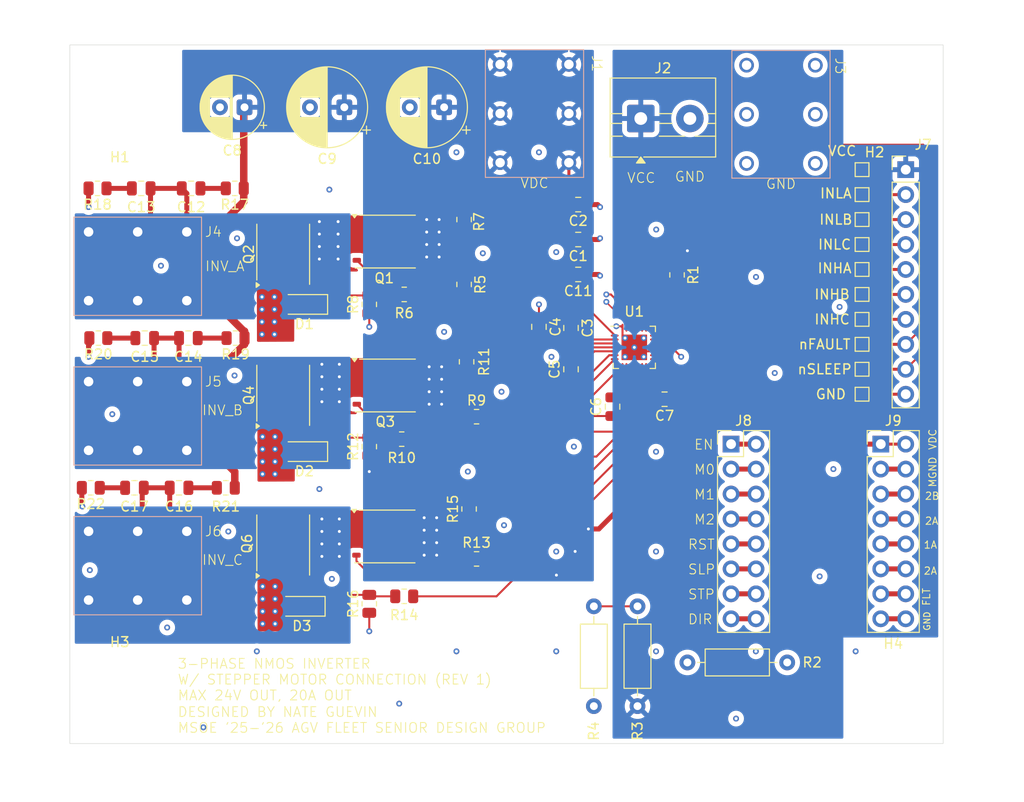
<source format=kicad_pcb>
(kicad_pcb (version 20241229) (generator "pcbnew") (generator_version "9.0")
  (layers (0 "F.Cu" signal) (4 "In1.Cu" signal) (6 "In2.Cu" signal) (2 "B.Cu" signal) (13 "F.Paste" user) (15 "B.Paste" user) (5 "F.SilkS" user "F.Silkscreen") (7 "B.SilkS" user "B.Silkscreen") (1 "F.Mask" user) (3 "B.Mask" user) (25 "Edge.Cuts" user))
  (net 0 "")
  (net 1 "GND")
  (net 2 "VDC")
  (net 3 "Net-(U1-CPH)")
  (net 4 "Net-(U1-CPL)")
  (net 5 "/GVDD")
  (net 6 "Net-(U1-BSTA)")
  (net 7 "/A_INV")
  (net 8 "Net-(U1-BSTB)")
  (net 9 "/B_INV")
  (net 10 "/C_INV")
  (net 11 "Net-(U1-BSTC)")
  (net 12 "Net-(C12-Pad2)")
  (net 13 "Net-(C13-Pad1)")
  (net 14 "Net-(C14-Pad2)")
  (net 15 "Net-(C15-Pad1)")
  (net 16 "Net-(C16-Pad2)")
  (net 17 "Net-(C17-Pad1)")
  (net 18 "Net-(D1-K)")
  (net 19 "Net-(D2-K)")
  (net 20 "Net-(D3-K)")
  (net 21 "VCC")
  (net 22 "/nFAULT")
  (net 23 "/INHC")
  (net 24 "/INHA")
  (net 25 "/INLA")
  (net 26 "/INLC")
  (net 27 "/nSLEEP")
  (net 28 "/INLB")
  (net 29 "/INHB")
  (net 30 "/STEP")
  (net 31 "/DIR")
  (net 32 "/SLP")
  (net 33 "/EN_DRV25")
  (net 34 "/M0")
  (net 35 "/RST")
  (net 36 "/M2")
  (net 37 "/M1")
  (net 38 "/FAULT")
  (net 39 "/M_GND")
  (net 40 "/2B")
  (net 41 "/1B")
  (net 42 "/2A")
  (net 43 "/1A")
  (net 44 "Net-(Q1-G)")
  (net 45 "Net-(Q3-G)")
  (net 46 "Net-(Q5-G)")
  (net 47 "Net-(U1-DT)")
  (net 48 "Net-(U1-VDSLVL)")
  (net 49 "/GHA")
  (net 50 "/GLA")
  (net 51 "/GHB")
  (net 52 "/GLB")
  (net 53 "/GHC")
  (net 54 "/GLC")
  (footprint "Screw Terminals:M4 30A" (layer "F.Cu") (at 78.105 77.455)
    (property "Reference" "J5")
    (property "Value" "7799")
  )
  (footprint "Resistor_SMD:R_0805_2012Metric" (layer "F.Cu") (at 106.68 84.074 90)
    (property "Reference" "R12")
    (property "Value" "10k")
  )
  (footprint "Diode_SMD:D_SOD-123" (layer "F.Cu") (at 100.076 69.596 180)
    (property "Reference" "D1")
    (property "Value" "D_Zener")
  )
  (footprint "Resistor_SMD:R_0805_2012Metric" (layer "F.Cu") (at 92.9875 57.785 180)
    (property "Reference" "R17")
    (property "Value" "RSNUB")
  )
  (footprint "TerminalBlock:TerminalBlock_MaiXu_MX126-5.0-02P_1x02_P5.00mm" (layer "F.Cu") (at 134.319 50.673)
    (property "Reference" "J2")
    (property "Value" "Screw_Terminal_01x02")
  )
  (footprint "Capacitor_SMD:C_0805_2012Metric" (layer "F.Cu") (at 136.74 79.248 180)
    (property "Reference" "C7")
    (property "Value" ".01u")
  )
  (footprint "Connector_PinHeader_2.54mm:PinHeader_2x08_P2.54mm_Vertical" (layer "F.Cu") (at 143.51 83.82)
    (property "Reference" "J8")
    (property "Value" "Conn_02x08_Odd_Even")
  )
  (footprint "Resistor_SMD:R_0805_2012Metric" (layer "F.Cu") (at 78.33 88.265 180)
    (property "Reference" "R22")
    (property "Value" "RSNUB")
  )
  (footprint "Package_TO_SOT_SMD:TDSON-8-1" (layer "F.Cu") (at 108.31 63.201)
    (property "Reference" "Q1")
    (property "Value" "BSC067N06LS3GATMA1")
  )
  (footprint "Capacitor_SMD:C_0805_2012Metric" (layer "F.Cu") (at 127.95 62.992 180)
    (property "Reference" "C1")
    (property "Value" "10u")
  )
  (footprint "Diode_SMD:D_SOD-123" (layer "F.Cu") (at 100.076 84.582 180)
    (property "Reference" "D2")
    (property "Value" "D_Zener")
  )
  (footprint "Capacitor_SMD:C_0805_2012Metric" (layer "F.Cu") (at 127.215 76.2 90)
    (property "Reference" "C5")
    (property "Value" ".01u")
  )
  (footprint "Resistor_THT:R_Axial_DIN0207_L6.3mm_D2.5mm_P10.16mm_Horizontal" (layer "F.Cu") (at 129.54 110.49 90)
    (property "Reference" "R4")
    (property "Value" "10k")
  )
  (footprint "Diode_SMD:D_SOD-123" (layer "F.Cu") (at 99.822 100.33 180)
    (property "Reference" "D3")
    (property "Value" "D_Zener")
  )
  (footprint "Resistor_SMD:R_0805_2012Metric" (layer "F.Cu") (at 117.602 81.026)
    (property "Reference" "R9")
    (property "Value" "31")
  )
  (footprint "Capacitor_THT:CP_Radial_D8.0mm_P3.50mm" (layer "F.Cu") (at 104.14 49.53 180)
    (property "Reference" "C9")
    (property "Value" "100u")
  )
  (footprint "TestPoint:TestPoint_Pad_1.0x1.0mm" (layer "F.Cu") (at 156.845 63.5)
    (property "Reference" "INLC")
    (property "Value" "TestPoint")
  )
  (footprint "Resistor_SMD:R_0805_2012Metric" (layer "F.Cu") (at 106.68 100.076 90)
    (property "Reference" "R16")
    (property "Value" "10k")
  )
  (footprint "Capacitor_SMD:C_0805_2012Metric" (layer "F.Cu") (at 127.215 71.995 -90)
    (property "Reference" "C3")
    (property "Value" ".47u")
  )
  (footprint "Package_TO_SOT_SMD:TDSON-8-1" (layer "F.Cu") (at 97.917 78.851 90)
    (property "Reference" "Q4")
    (property "Value" "BSC067N06LS3GATMA1")
  )
  (footprint "Resistor_SMD:R_0805_2012Metric" (layer "F.Cu") (at 116.332 67.564 -90)
    (property "Reference" "R5")
    (property "Value" "31")
  )
  (footprint "Capacitor_SMD:C_0805_2012Metric" (layer "F.Cu") (at 127.95 59.436 180)
    (property "Reference" "C2")
    (property "Value" ".1u")
  )
  (footprint "Resistor_THT:R_Axial_DIN0207_L6.3mm_D2.5mm_P10.16mm_Horizontal" (layer "F.Cu") (at 149.225 106.045 180)
    (property "Reference" "R2")
    (property "Value" "1k")
  )
  (footprint "Capacitor_SMD:C_0805_2012Metric" (layer "F.Cu") (at 88.265 73.025)
    (property "Reference" "C14")
    (property "Value" "CSNUB")
  )
  (footprint "Resistor_SMD:R_0805_2012Metric" (layer "F.Cu") (at 79.0975 73.025 180)
    (property "Reference" "R20")
    (property "Value" "RSNUB")
  )
  (footprint "Resistor_SMD:R_0805_2012Metric" (layer "F.Cu") (at 116.84 90.424 90)
    (property "Reference" "R15")
    (property "Value" "10k")
  )
  (footprint "MountingHole:MountingHole_4.3mm_M4" (layer "F.Cu") (at 160.02 109.22)
    (property "Reference" "H4")
    (property "Value" "M4")
  )
  (footprint "Resistor_SMD:R_0805_2012Metric" (layer "F.Cu") (at 106.68 69.596 90)
    (property "Reference" "R8")
    (property "Value" "10k")
  )
  (footprint "Resistor_THT:R_Axial_DIN0207_L6.3mm_D2.5mm_P10.16mm_Horizontal" (layer "F.Cu") (at 133.985 100.33 -90)
    (property "Reference" "R3")
    (property "Value" "141k")
  )
  (footprint "Capacitor_THT:CP_Radial_D8.0mm_P3.50mm" (layer "F.Cu") (at 114.3 49.53 180)
    (property "Reference" "C10")
    (property "Value" "100u")
  )
  (footprint "Screw Terminals:M4 30A" (layer "F.Cu") (at 127 45.165 -90)
    (property "Reference" "J1")
    (property "Value" "7799")
  )
  (footprint "Resistor_SMD:R_0805_2012Metric" (layer "F.Cu") (at 116.332 60.96 90)
    (property "Reference" "R7")
    (property "Value" "10k")
  )
  (footprint "Package_TO_SOT_SMD:TDSON-8-1" (layer "F.Cu") (at 97.917 94.091 90)
    (property "Reference" "Q6")
    (property "Value" "BSC067N06LS3GATMA1")
  )
  (footprint "Connector_PinHeader_2.54mm:PinHeader_2x08_P2.54mm_Vertical" (layer "F.Cu") (at 158.75 83.82)
    (property "Reference" "J9")
    (property "Value" "Conn_02x08_Odd_Even")
  )
  (footprint "Capacitor_THT:CP_Radial_D6.3mm_P2.50mm" (layer "F.Cu") (at 93.98 49.53 180)
    (property "Reference" "C8")
    (property "Value" "100u")
  )
  (footprint "Package_TO_SOT_SMD:TDSON-8-1" (layer "F.Cu") (at 108.31 77.851)
    (property "Reference" "Q3")
    (property "Value" "BSC067N06LS3GATMA1")
  )
  (footprint "TestPoint:TestPoint_Pad_1.0x1.0mm" (layer "F.Cu") (at 156.845 71.12)
    (property "Reference" "INHC")
    (property "Value" "TestPoint")
  )
  (footprint "Capacitor_SMD:C_0805_2012Metric" (layer "F.Cu") (at 127.95 66.548 180)
    (property "Reference" "C11")
    (property "Value" ".01u")
  )
  (footprint "Screw Terminals:M4 30A" (layer "F.Cu") (at 78.105 62.215)
    (property "Reference" "J4")
    (property "Value" "7799")
  )
  (footprint "TestPoint:TestPoint_Pad_1.0x1.0mm" (layer "F.Cu") (at 156.845 60.96)
    (property "Reference" "INLB")
    (property "Value" "TestPoint")
  )
  (footprint "Resistor_SMD:R_0805_2012Metric" (layer "F.Cu") (at 92.075 88.265 180)
    (property "Reference" "R21")
    (property "Value" "RSNUB")
  )
  (footprint "Resistor_SMD:R_0805_2012Metric" (layer "F.Cu") (at 79.0175 57.785 180)
    (property "Reference" "R18")
    (property "Value" "RSNUB")
  )
  (footprint "Resistor_SMD:R_0805_2012Metric" (layer "F.Cu") (at 109.982 83.312)
    (property "Reference" "R10")
    (property "Value" "31")
  )
  (footprint "TestPoint:TestPoint_Pad_1.0x1.0mm" (layer "F.Cu") (at 156.845 66.04)
    (property "Reference" "INHA")
    (property "Value" "TestPoint")
  )
  (footprint "Connector_PinHeader_2.54mm:PinHeader_1x10_P2.54mm_Vertical" (layer "F.Cu") (at 161.29 55.88)
    (property "Reference" "J7")
    (property "Value" "Conn_01x10")
  )
  (footprint "Screw Terminals:M4 30A" (layer "F.Cu") (at 78.105 92.695)
    (property "Reference" "J6")
    (property "Value" "7799")
  )
  (footprint "Resistor_SMD:R_0805_2012Metric" (layer "F.Cu") (at 116.586 75.438 90)
    (property "Reference" "R11")
    (property "Value" "10k")
  )
  (footprint "MountingHole:MountingHole_4.3mm_M4" (layer "F.Cu") (at 81.28 109.22)
    (property "Reference" "H3")
    (property "Value" "M4")
  )
  (footprint "TestPoint:TestPoint_Pad_1.0x1.0mm" (layer "F.Cu") (at 156.845 55.88)
    (property "Reference" "VCC")
    (property "Value" "TestPoint")
  )
  (footprint "TestPoint:TestPoint_Pad_1.0x1.0mm" (layer "F.Cu") (at 156.845 68.58)
    (property "Reference" "INHB")
    (property "Value" "TestPoint")
  )
  (footprint "TestPoint:TestPoint_Pad_1.0x1.0mm" (layer "F.Cu") (at 156.845 58.42)
    (property "Reference" "TP8" (hide yes))
    (property "Value" "TestPoint")
  )
  (footprint "Resistor_SMD:R_0805_2012Metric" (layer "F.Cu") (at 110.236 68.58)
    (property "Reference" "R6")
    (property "Value" "31")
  )
  (footprint "Capacitor_SMD:C_0805_2012Metric" (layer "F.Cu") (at 83.82 73.025)
    (property "Reference" "C15")
    (property "Value" "CSNUB")
  )
  (footprint "Resistor_SMD:R_0805_2012Metric" (layer "F.Cu") (at 117.602 95.504)
    (property "Reference" "R13")
    (property "Value" "31")
  )
  (footprint "Capacitor_SMD:C_0805_2012Metric" (layer "F.Cu") (at 82.775 88.265)
    (property "Reference" "C17")
    (property "Value" "CSNUB")
  )
  (footprint "TestPoint:TestPoint_Pad_1.0x1.0mm" (layer "F.Cu") (at 156.845 76.2)
    (property "Reference" "nSLEEP")
    (property "Value" "TestPoint")
  )
  (footprint "Capacitor_SMD:C_0805_2012Metric" (layer "F.Cu") (at 131.445 80.01 90)
    (property "Reference" "C6")
    (property "Value" ".01u")
  )
  (footprint "Capacitor_SMD:C_0805_2012Metric" (layer "F.Cu") (at 83.4625 57.785)
    (property "Reference" "C13")
    (property "Value" "CSNUB")
  )
  (footprint "MountingHole:MountingHole_4.3mm_M4" (layer "F.Cu") (at 160.02 48.26)
    (property "Reference" "H2")
    (property "Value" "M4")
  )
  (footprint "Capacitor_SMD:C_0805_2012Metric" (layer "F.Cu") (at 87.315 88.265)
    (property "Reference" "C16")
    (property "Value" "CSNUB")
  )
  (footprint "MountingHole:MountingHole_4.3mm_M4" (layer "F.Cu") (at 81.28 48.26)
    (property "Reference" "H1")
    (property "Value" "M4")
  )
  (footprint "Package_TO_SOT_SMD:TDSON-8-1" (layer "F.Cu") (at 108.273 93.218)
    (property "Reference" "Q5" (hide yes))
    (property "Value" "BSC067N06LS3GATMA1")
  )
  (footprint "TestPoint:TestPoint_Pad_1.0x1.0mm" (layer "F.Cu") (at 156.845 73.66)
    (property "Reference" "nFAULT")
    (property "Value" "TestPoint")
  )
  (footprint "Resistor_SMD:R_0805_2012Metric" (layer "F.Cu") (at 138.01 66.595 -90)
    (property "Reference" "R1")
    (property "Value" "10k")
  )
  (footprint "Package_TO_SOT_SMD:TDSON-8-1" (layer "F.Cu") (at 97.917 64.492 90)
    (property "Reference" "Q2")
    (property "Value" "BSC067N06LS3GATMA1")
  )
  (footprint "Resistor_SMD:R_0805_2012Metric" (layer "F.Cu") (at 93.0675 73.025 180)
    (property "Reference" "R19")
    (property "Value" "RSNUB")
  )
  (footprint "TestPoint:TestPoint_Pad_1.0x1.0mm" (layer "F.Cu") (at 156.845 78.74)
    (property "Reference" "GND")
    (property "Value" "TestPoint")
  )
  (footprint "Capacitor_SMD:C_0805_2012Metric" (layer "F.Cu") (at 88.5425 57.785)
    (property "Reference" "C12")
    (property "Value" "CSNUB")
  )
  (footprint "Capacitor_SMD:C_0805_2012Metric" (layer "F.Cu") (at 123.952 71.882 -90)
    (property "Reference" "C4")
    (property "Value" "10u")
  )
  (footprint "Texas Instruments:DRV8328_4mm_x_4mm_WQFN" (layer "F.Cu") (at 133.66 73.97)
    (property "Reference" "U1")
    (property "Value" "~")
  )
  (footprint "Resistor_SMD:R_0805_2012Metric" (layer "F.Cu") (at 110.236 99.314)
    (property "Reference" "R14")
    (property "Value" "31")
  )
  (footprint "Screw Terminals:M4 30A" (layer "F.Cu") (at 152.09 45.245 -90)
    (property "Reference" "J3")
    (property "Value" "7799")
  )
  (gr_rect (start 76.2 43.18) (end 165.1 114.3) (stroke (width 0.05)) (fill no) (layer "Edge.Cuts"))
  (gr_text "GND" (at 139.319 56.007 0) (layer "F.SilkS") (effects (font (size 1 1) (thickness 0.1)) (justify top)))
  (gr_text "1A" (at 163.07 94.505792 0) (layer "F.SilkS") (effects (font (size 0.7366 0.7366) (thickness 0.1016)) (justify left bottom)))
  (gr_text "2B" (at 163.195 89.535 0) (layer "F.SilkS") (effects (font (size 0.7366 0.7366) (thickness 0.1016)) (justify left bottom)))
  (gr_text "2A" (at 163.07 97.155 0) (layer "F.SilkS") (effects (font (size 0.7366 0.7366) (thickness 0.1016)) (justify left bottom)))
  (gr_text "INV_A" (at 89.916 66.294 0) (layer "F.SilkS") (effects (font (size 1 1) (thickness 0.1)) (justify left bottom)))
  (gr_text "VDC" (at 123.5 56.665 0) (layer "F.SilkS") (effects (font (size 1 1) (thickness 0.1)) (justify top)))
  (gr_text "2A" (at 163.195 92.075 0) (layer "F.SilkS") (effects (font (size 0.7366 0.7366) (thickness 0.1016)) (justify left bottom)))
  (gr_text "EN" (at 139.7 84.455 0) (layer "F.SilkS") (effects (font (size 1 1) (thickness 0.1)) (justify left bottom)))
  (gr_text "GND" (at 148.59 56.745 0) (layer "F.SilkS") (effects (font (size 1 1) (thickness 0.1)) (justify top)))
  (gr_text "FLT" (at 163.83 100.33 90) (layer "F.SilkS") (effects (font (size 0.7366 0.7366) (thickness 0.1016)) (justify left bottom)))
  (gr_text "INV_B" (at 89.605 80.955 0) (layer "F.SilkS") (effects (font (size 1 1) (thickness 0.1)) (justify left bottom)))
  (gr_text "3-PHASE NMOS INVERTER \nW/ STEPPER MOTOR CONNECTION (REV 1)\nMAX 24V OUT, 20A OUT" (at 87.122 109.982 0) (layer "F.SilkS") (effects (font (size 1 1) (thickness 0.1)) (justify left bottom)))
  (gr_text "M0" (at 139.7 86.995 0) (layer "F.SilkS") (effects (font (size 1 1) (thickness 0.1)) (justify left bottom)))
  (gr_text "MGND" (at 164.465 88.265 90) (layer "F.SilkS") (effects (font (size 0.7366 0.7366) (thickness 0.1016)) (justify left bottom)))
  (gr_text "VDC" (at 164.465 84.455 90) (layer "F.SilkS") (effects (font (size 0.7366 0.7366) (thickness 0.1016)) (justify left bottom)))
  (gr_text "GND" (at 163.83 102.87 90) (layer "F.SilkS") (effects (font (size 0.635 0.635) (thickness 0.1016)) (justify left bottom)))
  (gr_text "M1" (at 139.7 89.535 0) (layer "F.SilkS") (effects (font (size 1 1) (thickness 0.1)) (justify left bottom)))
  (gr_text "M2" (at 139.7 92.075 0) (layer "F.SilkS") (effects (font (size 1 1) (thickness 0.1)) (justify left bottom)))
  (gr_text "SLP" (at 139.065 97.155 0) (layer "F.SilkS") (effects (font (size 1 1) (thickness 0.1)) (justify left bottom)))
  (gr_text "RST" (at 139.065 94.615 0) (layer "F.SilkS") (effects (font (size 1 1) (thickness 0.1)) (justify left bottom)))
  (gr_text "STP" (at 139.065 99.695 0) (layer "F.SilkS") (effects (font (size 1 1) (thickness 0.1)) (justify left bottom)))
  (gr_text "VCC" (at 134.366 56.134 0) (layer "F.SilkS") (effects (font (size 1 1) (thickness 0.1)) (justify top)))
  (gr_text "INV_C" (at 89.605 96.195 0) (layer "F.SilkS") (effects (font (size 1 1) (thickness 0.1)) (justify left bottom)))
  (gr_text "INLA" (at 154.178 58.293 0) (layer "F.SilkS") (effects (font (size 1 1))))
  (gr_text "DIR" (at 139.065 102.235 0) (layer "F.SilkS") (effects (font (size 1 1) (thickness 0.1)) (justify left bottom)))
  (gr_text "DESIGNED BY NATE GUEVIN\nMSOE '25-'26 AGV FLEET SENIOR DESIGN GROUP" (at 87.122 113.284 0) (layer "F.SilkS") (effects (font (size 1 1) (thickness 0.1)) (justify left bottom)))
  (segment (start 106.68 100.9885) (end 106.68 102.87) (width 0.2032) (layer "F.Cu") (net 1))
  (segment (start 78.185 73.74) (end 78.185 73.025) (width 0.508) (layer "F.Cu") (net 1))
  (segment (start 130.048 66.548) (end 130.175 66.675) (width 0.508) (layer "F.Cu") (net 1))
  (segment (start 77.47 90.17) (end 77.4175 90.1175) (width 0.508) (layer "F.Cu") (net 1))
  (segment (start 135.66 74.37) (end 134.06 74.37) (width 0.2032) (layer "F.Cu") (net 1))
  (segment (start 78.105 73.82) (end 78.185 73.74) (width 0.508) (layer "F.Cu") (net 1))
  (segment (start 134.06 74.37) (end 133.66 73.97) (width 0.2032) (layer "F.Cu") (net 1))
  (segment (start 106.68 86.614) (end 106.68 84.9865) (width 0.2032) (layer "F.Cu") (net 1))
  (segment (start 135.66 74.37) (end 137.87 74.37) (width 0.2032) (layer "F.Cu") (net 1))
  (segment (start 132.46 72.77) (end 132.715 73.025) (width 0.2032) (layer "F.Cu") (net 1))
  (segment (start 128.9 62.992) (end 130.048 62.992) (width 0.508) (layer "F.Cu") (net 1))
  (segment (start 106.68 71.882) (end 106.68 70.5085) (width 0.2032) (layer "F.Cu") (net 1))
  (segment (start 132.46 71.97) (end 132.46 72.77) (width 0.2032) (layer "F.Cu") (net 1))
  (segment (start 130.048 62.992) (end 130.175 62.865) (width 0.508) (layer "F.Cu") (net 1))
  (segment (start 129.921 59.436) (end 130.175 59.69) (width 0.508) (layer "F.Cu") (net 1))
  (segment (start 128.9 59.436) (end 129.921 59.436) (width 0.508) (layer "F.Cu") (net 1))
  (segment (start 158.75 101.6) (end 161.29 101.6) (width 0.508) (layer "F.Cu") (net 1))
  (segment (start 156.845 78.74) (end 161.29 78.74) (width 0.3048) (layer "F.Cu") (net 1))
  (segment (start 123.952 70.932) (end 123.952 69.596) (width 0.2032) (layer "F.Cu") (net 1))
  (segment (start 78.105 74.93) (end 78.105 73.82) (width 0.508) (layer "F.Cu") (net 1))
  (segment (start 128.9 66.548) (end 130.048 66.548) (width 0.508) (layer "F.Cu") (net 1))
  (segment (start 132.31 71.82) (end 132.46 71.97) (width 0.2032) (layer "F.Cu") (net 1))
  (segment (start 137.87 74.37) (end 138.43 74.93) (width 0.2032) (layer "F.Cu") (net 1))
  (segment (start 78.105 57.785) (end 78.105 59.69) (width 0.508) (layer "F.Cu") (net 1))
  (segment (start 131.826 71.82) (end 132.31 71.82) (width 0.2032) (layer "F.Cu") (net 1))
  (segment (start 77.4175 90.1175) (end 77.4175 88.265) (width 0.508) (layer "F.Cu") (net 1))
  (via (at 120.396 92.075) (size 0.6) (drill 0.3) (layers "F.Cu" "B.Cu") (net 1))
  (via (at 115.552 104.912) (size 0.6) (drill 0.3) (layers "F.Cu" "B.Cu") (net 1))
  (via (at 97.083715 83.065287) (size 0.6) (drill 0.3) (layers "F.Cu" "B.Cu") (net 1))
  (via (at 115.552 54.112) (size 0.6) (drill 0.3) (layers "F.Cu" "B.Cu") (net 1))
  (via (at 135.872 104.912) (size 0.6) (drill 0.3) (layers "F.Cu" "B.Cu") (net 1))
  (via (at 135.872 94.752) (size 0.6) (drill 0.3) (layers "F.Cu" "B.Cu") (net 1))
  (via (at 95.822318 102.108) (size 0.6) (drill 0.3) (layers "F.Cu" "B.Cu") (net 1))
  (via (at 130.175 62.865) (size 0.6) (drill 0.3) (layers "F.Cu" "B.Cu") (net 1))
  (via (at 153.924 86.36) (size 0.6) (drill 0.3) (layers "F.Cu" "B.Cu") (net 1))
  (via (at 95.232 104.912) (size 0.6) (drill 0.3) (layers "F.Cu" "B.Cu") (net 1))
  (via (at 135.89 61.976) (size 0.6) (drill 0.3) (layers "F.Cu" "B.Cu") (net 1))
  (via (at 97.083715 84.335287) (size 0.6) (drill 0.3) (layers "F.Cu" "B.Cu") (net 1))
  (via (at 86.106 102.489) (size 0.6) (drill 0.3) (layers "F.Cu" "B.Cu") (net 1))
  (via (at 133.66 73.97) (size 0.6) (drill 0.3) (layers "F.Cu" "B.Cu") (net 1))
  (via (at 78.105 59.69) (size 0.6) (drill 0.3) (layers "F.Cu" "B.Cu") (net 1))
  (via (at 102.616 57.912) (size 0.6) (drill 0.3) (layers "F.Cu" "B.Cu") (net 1))
  (via (at 95.813715 86.868) (size 0.6) (drill 0.3) (layers "F.Cu" "B.Cu") (net 1))
  (via (at 134.62 73.025) (size 0.6) (drill 0.3) (layers "F.Cu" "B.Cu") (net 1))
  (via (at 97.083715 85.605287) (size 0.6) (drill 0.3) (layers "F.Cu" "B.Cu") (net 1))
  (via (at 80.518 80.772) (size 0.6) (drill 0.3) (layers "F.Cu" "B.Cu") (net 1))
  (via (at 97.028 72.644) (size 0.6) (drill 0.3) (layers "F.Cu" "B.Cu") (net 1))
  (via (at 106.68 71.882) (size 0.6) (drill 0.3) (layers "F.Cu" "B.Cu") (net 1))
  (via (at 134.62 74.93) (size 0.6) (drill 0.3) (layers "F.Cu" "B.Cu") (net 1))
  (via (at 127.508 84.074) (size 0.6) (drill 0.3) (layers "F.Cu" "B.Cu") (net 1))
  (via (at 102.87 97.536) (size 0.6) (drill 0.3) (layers "F.Cu" "B.Cu") (net 1))
  (via (at 132.715 74.93) (size 0.6) (drill 0.3) (layers "F.Cu" "B.Cu") (net 1))
  (via (at 116.713 86.614) (size 0.6) (drill 0.3) (layers "F.Cu" "B.Cu") (net 1))
  (via (at 95.822318 98.308463) (size 0.6) (drill 0.3) (layers "F.Cu" "B.Cu") (net 1))
  (via (at 125.222 74.93) (size 0.6) (drill 0.3) (layers "F.Cu" "B.Cu") (net 1))
  (via (at 97.092318 100.848463) (size 0.6) (drill 0.3) (layers "F.Cu" "B.Cu") (net 1))
  (via (at 135.872 84.592) (size 0.6) (drill 0.3) (layers "F.Cu" "B.Cu") (net 1))
  (via (at 109.728 110.236) (size 0.6) (drill 0.3) (layers "F.Cu" "B.Cu") (net 1))
  (via (at 77.47 90.17) (size 0.6) (drill 0.3) (layers "F.Cu" "B.Cu") (net 1))
  (via (at 95.822318 99.578463) (size 0.6) (drill 0.3) (layers "F.Cu" "B.Cu") (net 1))
  (via (at 95.758 72.644) (size 0.6) (drill 0.3) (layers "F.Cu" "B.Cu") (net 1))
  (via (at 132.715 73.025) (size 0.6) (drill 0.3) (layers "F.Cu" "B.Cu") (net 1))
  (via (at 85.471 65.659) (size 0.6) (drill 0.3) (layers "F.Cu" "B.Cu") (net 1))
  (via (at 95.758 68.834) (size 0.6) (drill 0.3) (layers "F.Cu" "B.Cu") (net 1))
  (via (at 146.05 66.802) (size 0.6) (drill 0.3) (layers "F.Cu" "B.Cu") (net 1))
  (via (at 152.527 97.282) (size 0.6) (drill 0.3) (layers "F.Cu" "B.Cu") (net 1))
  (via (at 93.218 62.865) (size 0.6) (drill 0.3) (layers "F.Cu" "B.Cu") (net 1))
  (via (at 97.028 70.104) (size 0.6) (drill 0.3) (layers "F.Cu" "B.Cu") (net 1))
  (via (at 97.028 68.834) (size 0.6) (drill 0.3) (layers "F.Cu" "B.Cu") (net 1))
  (via (at 95.758 70.104) (size 0.6) (drill 0.3) (layers "F.Cu" "B.Cu") (net 1))
  (via (at 95.813715 84.335287) (size 0.6) (drill 0.3) (layers "F.Cu" "B.Cu") (net 1))
  (via (at 97.028 71.374) (size 0.6) (drill 0.3) (layers "F.Cu" "B.Cu") (net 1))
  (via (at 120.142 78.486) (size 0.6) (drill 0.3) (layers "F.Cu" "B.Cu") (net 1))
  (via (at 97.092318 98.308463) (size 0.6) (drill 0.3) (layers "F.Cu" "B.Cu") (net 1))
  (via (at 154.559 69.85) (size 0.6) (drill 0.3) (layers "F.Cu" "B.Cu") (net 1))
  (via (at 125.712 64.272) (size 0.6) (drill 0.3) (layers "F.Cu" "B.Cu") (net 1))
  (via (at 130.175 59.69) (size 0.6) (drill 0.3) (layers "F.Cu" "B.Cu") (net 1))
  (via (at 101.6 88.392) (size 0.6) (drill 0.3) (layers "F.Cu" "B.Cu") (net 1))
  (via (at 97.092318 99.578463) (size 0.6) (drill 0.3) (layers "F.Cu" "B.Cu") (net 1))
  (via (at 138.43 74.93) (size 0.6) (drill 0.3) (layers "F.Cu" "B.Cu") (net 1))
  (via (at 95.813715 85.605287) (size 0.6) (drill 0.3) (layers "F.Cu" "B.Cu") (net 1))
  (via (at 78.232 96.647) (size 0.6) (drill 0.3) (layers "F.Cu" "B.Cu") (net 1))
  (via (at 92.329 92.71) (size 0.6) (drill 0.3) (layers "F.Cu" "B.Cu") (net 1))
  (via (at 156.192 104.912) (size 0.6) (drill 0.3) (layers "F.Cu" "B.Cu") (net 1))
  (via (at 125.712 104.912) (size 0.6) (drill 0.3) (layers "F.Cu" "B.Cu") (net 1))
  (via (at 89.789 112.649) (size 0.6) (drill 0.3) (layers "F.Cu" "B.Cu") (net 1))
  (via (at 95.758 71.374) (size 0.6) (drill 0.3) (layers "F.Cu" "B.Cu") (net 1))
  (via (at 95.813715 83.065287) (size 0.6) (drill 0.3) (layers "F.Cu" "B.Cu") (net 1))
  (via (at 144.018 111.76) (size 0.6) (drill 0.3) (layers "F.Cu" "B.Cu") (net 1))
  (via (at 123.952 69.596) (size 0.6) (drill 0.3) (layers "F.Cu" "B.Cu") (net 1))
  (via (at 97.092318 102.108) (size 0.6) (drill 0.3) (layers "F.Cu" "B.Cu") (net 1))
  (via (at 114.3 72.39) (size 0.6) (drill 0.3) (layers "F.Cu" "B.Cu") (net 1))
  (via (at 118.237 64.389) (size 0.6) (drill 0.3) (layers "F.Cu" "B.Cu") (net 1))
  (via (at 125.712 94.752) (size 0.6) (drill 0.3) (layers "F.Cu" "B.Cu") (net 1))
  (via (at 147.955 76.581) (size 0.6) (drill 0.3) (layers "F.Cu" "B.Cu") (net 1))
  (via (at 92.964 76.835) (size 0.6) (drill 0.3) (layers "F.Cu" "B.Cu") (net 1))
  (via (at 131.826 71.82) (size 0.6) (drill 0.3) (layers "F.Cu" "B.Cu") (net 1))
  (via blind (at 106.68 86.614) (size 0.6) (drill 0.3) (layers "F.Cu" "In2.Cu") (net 1))
  (via (at 130.175 66.675) (size 0.6) (drill 0.3) (layers "F.Cu" "B.Cu") (net 1))
  (via (at 95.822318 100.848463) (size 0.6) (drill 0.3) (layers "F.Cu" "B.Cu") (net 1))
  (via (at 106.68 102.87) (size 0.6) (drill 0.3) (layers "F.Cu" "B.Cu") (net 1))
  (via (at 146.032 104.912) (size 0.6) (drill 0.3) (layers "F.Cu" "B.Cu") (net 1))
  (via (at 78.105 74.93) (size 0.6) (drill 0.3) (layers "F.Cu" "B.Cu") (net 1))
  (via (at 97.083715 86.868) (size 0.6) (drill 0.3) (layers "F.Cu" "B.Cu") (net 1))
  (via (at 123.952 54.112) (size 0.6) (drill 0.3) (layers "F.Cu" "B.Cu") (net 1))
  (segment (start 93.98 72.325) (end 93.98 73.025) (width 0.762) (layer "F.Cu") (net 2))
  (segment (start 127.635 94.742) (end 127.635 93.807) (width 0.508) (layer "F.Cu") (net 2))
  (segment (start 93.98 73.025) (end 93.98 73.66) (width 0.762) (layer "F.Cu") (net 2))
  (segment (start 126.365 97.155) (end 125.73 97.155) (width 0.508) (layer "F.Cu") (net 2))
  (segment (start 93.9 59.135) (end 91.44 61.595) (width 0.762) (layer "F.Cu") (net 2))
  (segment (start 93.9 49.61) (end 93.98 49.53) (width 0.762) (layer "F.Cu") (net 2))
  (segment (start 127 68.072) (end 127 66.548) (width 0.2032) (layer "F.Cu") (net 2))
  (segment (start 91.44 61.595) (end 91.44 69.85) (width 0.762) (layer "F.Cu") (net 2))
  (segment (start 131.66 72.732) (end 127 68.072) (width 0.2032) (layer "F.Cu") (net 2))
  (segment (start 91.44 85.09) (end 92.9875 86.6375) (width 0.762) (layer "F.Cu") (net 2))
  (segment (start 93.915 72.325) (end 93.98 72.325) (width 0.762) (layer "F.Cu") (net 2))
  (segment (start 158.75 83.82) (end 161.29 83.82) (width 0.3048) (layer "F.Cu") (net 2))
  (segment (start 130.048 92.456) (end 141.986 80.518) (width 0.508) (layer "F.Cu") (net 2))
  (segment (start 151.13 80.518) (end 154.432 83.82) (width 0.508) (layer "F.Cu") (net 2))
  (segment (start 91.44 76.2) (end 91.44 85.09) (width 0.762) (layer "F.Cu") (net 2))
  (segment (start 91.44 69.85) (end 93.915 72.325) (width 0.762) (layer "F.Cu") (net 2))
  (segment (start 141.986 80.518) (end 151.13 80.518) (width 0.508) (layer "F.Cu") (net 2))
  (segment (start 127.635 95.885) (end 126.365 97.155) (width 0.508) (layer "F.Cu") (net 2))
  (segment (start 127.635 93.807) (end 128.986 92.456) (width 0.508) (layer "F.Cu") (net 2))
  (segment (start 127.635 94.742) (end 127.635 95.885) (width 0.508) (layer "F.Cu") (net 2))
  (segment (start 127 59.436) (end 127 55.165) (width 0.3048) (layer "F.Cu") (net 2))
  (segment (start 154.432 83.82) (end 158.75 83.82) (width 0.508) (layer "F.Cu") (net 2))
  (segment (start 131.66 72.77) (end 131.66 72.732) (width 0.2032) (layer "F.Cu") (net 2))
  (segment (start 93.9 57.785) (end 93.9 49.61) (width 0.762) (layer "F.Cu") (net 2))
  (segment (start 92.9875 86.6375) (end 92.9875 88.265) (width 0.762) (layer "F.Cu") (net 2))
  (segment (start 127 59.436) (end 127 66.548) (width 0.3048) (layer "F.Cu") (net 2))
  (segment (start 93.9 57.785) (end 93.9 59.135) (width 0.762) (layer "F.Cu") (net 2))
  (segment (start 128.986 92.456) (end 130.048 92.456) (width 0.508) (layer "F.Cu") (net 2))
  (segment (start 93.98 73.66) (end 91.44 76.2) (width 0.762) (layer "F.Cu") (net 2))
  (via (at 113.538 92.583) (size 0.6) (drill 0.3) (layers "F.Cu" "B.Cu") (net 2))
  (via (at 112.776 78.486) (size 0.6) (drill 0.3) (layers "F.Cu" "B.Cu") (net 2))
  (via (at 113.792 60.96) (size 0.6) (drill 0.3) (layers "F.Cu" "B.Cu") (net 2))
  (via (at 112.776 79.756) (size 0.6) (drill 0.3) (layers "F.Cu" "B.Cu") (net 2))
  (via (at 114.046 77.216) (size 0.6) (drill 0.3) (layers "F.Cu" "B.Cu") (net 2))
  (via (at 112.268 95.123) (size 0.6) (drill 0.3) (layers "F.Cu" "B.Cu") (net 2))
  (via (at 114.046 75.946) (size 0.6) (drill 0.3) (layers "F.Cu" "B.Cu") (net 2))
  (via (at 114.046 79.756) (size 0.6) (drill 0.3) (layers "F.Cu" "B.Cu") (net 2))
  (via (at 128.986 92.456) (size 0.6) (drill 0.3) (layers "F.Cu" "B.Cu") (net 2))
  (via (at 112.522 60.96) (size 0.6) (drill 0.3) (layers "F.Cu" "B.Cu") (net 2))
  (via (at 113.792 64.77) (size 0.6) (drill 0.3) (layers "F.Cu" "B.Cu") (net 2))
  (via (at 112.268 93.853) (size 0.6) (drill 0.3) (layers "F.Cu" "B.Cu") (net 2))
  (via (at 112.268 91.313) (size 0.6) (drill 0.3) (layers "F.Cu" "B.Cu") (net 2))
  (via (at 113.792 62.23) (size 0.6) (drill 0.3) (layers "F.Cu" "B.Cu") (net 2))
  (via (at 112.268 92.583) (size 0.6) (drill 0.3) (layers "F.Cu" "B.Cu") (net 2))
  (via (at 125.73 97.155) (size 0.6) (drill 0.3) (layers "F.Cu" "B.Cu") (net 2))
  (via (at 113.538 93.853) (size 0.6) (drill 0.3) (layers "F.Cu" "B.Cu") (net 2))
  (via (at 112.776 77.216) (size 0.6) (drill 0.3) (layers "F.Cu" "B.Cu") (net 2))
  (via (at 114.046 78.486) (size 0.6) (drill 0.3) (layers "F.Cu" "B.Cu") (net 2))
  (via (at 127.635 94.742) (size 0.6) (drill 0.3) (layers "F.Cu" "B.Cu") (net 2))
  (via (at 112.522 63.5) (size 0.6) (drill 0.3) (layers "F.Cu" "B.Cu") (net 2))
  (via (at 113.538 95.123) (size 0.6) (drill 0.3) (layers "F.Cu" "B.Cu") (net 2))
  (via (at 113.538 91.313) (size 0.6) (drill 0.3) (layers "F.Cu" "B.Cu") (net 2))
  (via (at 113.792 63.5) (size 0.6) (drill 0.3) (layers "F.Cu" "B.Cu") (net 2))
  (via (at 112.776 75.946) (size 0.6) (drill 0.3) (layers "F.Cu" "B.Cu") (net 2))
  (via (at 112.522 64.77) (size 0.6) (drill 0.3) (layers "F.Cu" "B.Cu") (net 2))
  (via (at 112.522 62.23) (size 0.6) (drill 0.3) (layers "F.Cu" "B.Cu") (net 2))
  (segment (start 127.215 72.945) (end 127.84 73.57) (width 0.2032) (layer "F.Cu") (net 3))
  (segment (start 127.84 73.57) (end 131.66 73.57) (width 0.2032) (layer "F.Cu") (net 3))
  (segment (start 127.215 71.045) (end 129.34 73.17) (width 0.2032) (layer "F.Cu") (net 4))
  (segment (start 129.34 73.17) (end 131.66 73.17) (width 0.2032) (layer "F.Cu") (net 4))
  (segment (start 131.66 73.97) (end 125.09 73.97) (width 0.2032) (layer "F.Cu") (net 5))
  (segment (start 125.09 73.97) (end 123.952 72.832) (width 0.2032) (layer "F.Cu") (net 5))
  (segment (start 128.725 75.25) (end 127.215 75.25) (width 0.2032) (layer "F.Cu") (net 6))
  (segment (start 129.605 74.37) (end 128.725 75.25) (width 0.2032) (layer "F.Cu") (net 6))
  (segment (start 129.605 74.37) (end 131.66 74.37) (width 0.2032) (layer "F.Cu") (net 6))
  (segment (start 115.9745 59.69) (end 107.016 59.69) (width 0.2032) (layer "F.Cu") (net 7))
  (segment (start 127.215 77.15) (end 125.918 77.15) (width 0.2032) (layer "F.Cu") (net 7))
  (segment (start 121.666 65.3815) (end 121.666 72.898) (width 0.2032) (layer "F.Cu") (net 7))
  (segment (start 127.215 77.15) (end 128.725 77.15) (width 0.2032) (layer "F.Cu") (net 7))
  (segment (start 125.918 77.15) (end 121.666 72.898) (width 0.2032) (layer "F.Cu") (net 7))
  (segment (start 83.105 62.215) (end 84.4125 60.9075) (width 0.508) (layer "F.Cu") (net 7))
  (segment (start 84.4125 60.9075) (end 84.4125 57.785) (width 0.508) (layer "F.Cu") (net 7))
  (segment (start 131.105 74.77) (end 131.66 74.77) (width 0.2032) (layer "F.Cu") (net 7))
  (segment (start 116.332 60.0475) (end 115.9745 59.69) (width 0.2032) (layer "F.Cu") (net 7))
  (segment (start 107.016 59.69) (end 105.41 61.296) (width 0.2032) (layer "F.Cu") (net 7))
  (segment (start 88.105 62.215) (end 88.105 58.2975) (width 0.508) (layer "F.Cu") (net 7))
  (segment (start 116.332 60.0475) (end 121.666 65.3815) (width 0.2032) (layer "F.Cu") (net 7))
  (segment (start 128.725 77.15) (end 131.105 74.77) (width 0.2032) (layer "F.Cu") (net 7))
  (segment (start 88.105 58.2975) (end 87.5925 57.785) (width 0.508) (layer "F.Cu") (net 7))
  (segment (start 84.4125 57.785) (end 87.5925 57.785) (width 0.508) (layer "F.Cu") (net 7))
  (via (at 103.505 63.709) (size 0.6) (drill 0.3) (layers "F.Cu" "B.Cu") (net 7))
  (via (at 101.6 61.169) (size 0.6) (drill 0.3) (layers "F.Cu" "B.Cu") (net 7))
  (via (at 103.505 61.169) (size 0.6) (drill 0.3) (layers "F.Cu" "B.Cu") (net 7))
  (via (at 101.6 62.439) (size 0.6) (drill 0.3) (layers "F.Cu" "B.Cu") (net 7))
  (via (at 103.505 64.979) (size 0.6) (drill 0.3) (layers "F.Cu" "B.Cu") (net 7))
  (via (at 103.505 62.439) (size 0.6) (drill 0.3) (layers "F.Cu" "B.Cu") (net 7))
  (via (at 101.6 63.709) (size 0.6) (drill 0.3) (layers "F.Cu" "B.Cu") (net 7))
  (via (at 101.6 64.979) (size 0.6) (drill 0.3) (layers "F.Cu" "B.Cu") (net 7))
  (segment (start 132.86 77.645) (end 131.445 79.06) (width 0.2032) (layer "F.Cu") (net 8))
  (segment (start 132.86 75.97) (end 132.86 77.645) (width 0.2032) (layer "F.Cu") (net 8))
  (segment (start 124.902 80.96) (end 131.445 80.96) (width 0.2032) (layer "F.Cu") (net 9))
  (segment (start 84.77 75.79) (end 83.105 77.455) (width 0.508) (layer "F.Cu") (net 9))
  (segment (start 84.77 73.025) (end 84.77 75.79) (width 0.508) (layer "F.Cu") (net 9))
  (segment (start 95.885 79.325) (end 95.835 79.375) (width 0.762) (layer "F.Cu") (net 9))
  (segment (start 133.26 78.965) (end 133.26 75.97) (width 0.2032) (layer "F.Cu") (net 9))
  (segment (start 87.315 73.025) (end 87.315 76.665) (width 0.508) (layer "F.Cu") (net 9))
  (segment (start 118.4675 74.5255) (end 124.902 80.96) (width 0.2032) (layer "F.Cu") (net 9))
  (segment (start 133.26 79.145) (end 133.26 78.965) (width 0.2032) (layer "F.Cu") (net 9))
  (segment (start 87.315 76.665) (end 88.105 77.455) (width 0.508) (layer "F.Cu") (net 9))
  (segment (start 106.8305 74.5255) (end 116.586 74.5255) (width 0.2032) (layer "F.Cu") (net 9))
  (segment (start 95.885 79.425) (end 95.835 79.375) (width 0.762) (layer "F.Cu") (net 9))
  (segment (start 131.445 80.96) (end 133.26 79.145) (width 0.2032) (layer "F.Cu") (net 9))
  (segment (start 84.77 73.025) (end 87.315 73.025) (width 0.508) (layer "F.Cu") (net 9))
  (segment (start 116.586 74.5255) (end 118.4675 74.5255) (width 0.2032) (layer "F.Cu") (net 9))
  (segment (start 105.41 75.946) (end 106.8305 74.5255) (width 0.2032) (layer "F.Cu") (net 9))
  (via (at 101.854 79.502) (size 0.6) (drill 0.3) (layers "F.Cu" "B.Cu") (net 9))
  (via (at 103.632 78.232) (size 0.6) (drill 0.3) (layers "F.Cu" "B.Cu") (net 9))
  (via (at 101.854 76.962) (size 0.6) (drill 0.3) (layers "F.Cu" "B.Cu") (net 9))
  (via (at 103.632 79.502) (size 0.6) (drill 0.3) (layers "F.Cu" "B.Cu") (net 9))
  (via (at 101.854 78.232) (size 0.6) (drill 0.3) (layers "F.Cu" "B.Cu") (net 9))
  (via (at 101.854 75.692) (size 0.6) (drill 0.3) (layers "F.Cu" "B.Cu") (net 9))
  (via (at 103.632 75.692) (size 0.6) (drill 0.3) (layers "F.Cu" "B.Cu") (net 9))
  (via (at 103.632 76.962) (size 0.6) (drill 0.3) (layers "F.Cu" "B.Cu") (net 9))
  (segment (start 88.105 92.695) (end 86.365 90.955) (width 0.508) (layer "F.Cu") (net 10))
  (segment (start 83.566 92.234) (end 83.566 88.424) (width 0.508) (layer "F.Cu") (net 10))
  (segment (start 83.105 92.695) (end 83.566 92.234) (width 0.508) (layer "F.Cu") (net 10))
  (segment (start 135.89 81.28) (end 134.62 81.28) (width 0.2032) (layer "F.Cu") (net 10))
  (segment (start 86.365 90.955) (end 86.365 88.265) (width 0.508) (layer "F.Cu") (net 10))
  (segment (start 107.1745 89.5115) (end 105.373 91.313) (width 0.2032) (layer "F.Cu") (net 10))
  (segment (start 126.3885 89.5115) (end 116.84 89.5115) (width 0.2032) (layer "F.Cu") (net 10))
  (segment (start 134.86 75.97) (end 137.69 78.8) (width 0.2032) (layer "F.Cu") (net 10))
  (segment (start 83.566 88.424) (end 83.725 88.265) (width 0.508) (layer "F.Cu") (net 10))
  (segment (start 134.62 81.28) (end 126.3885 89.5115) (width 0.2032) (layer "F.Cu") (net 10))
  (segment (start 137.69 78.8) (end 137.69 79.48) (width 0.2032) (layer "F.Cu") (net 10))
  (segment (start 83.725 88.265) (end 86.365 88.265) (width 0.508) (layer "F.Cu") (net 10))
  (segment (start 116.84 89.5115) (end 107.1745 89.5115) (width 0.2032) (layer "F.Cu") (net 10))
  (segment (start 137.69 79.48) (end 135.89 81.28) (width 0.2032) (layer "F.Cu") (net 10))
  (via (at 103.632 92.71) (size 0.6) (drill 0.3) (layers "F.Cu" "B.Cu") (net 10))
  (via (at 101.854 92.71) (size 0.6) (drill 0.3) (layers "F.Cu" "B.Cu") (net 10))
  (via (at 101.854 93.98) (size 0.6) (drill 0.3) (layers "F.Cu" "B.Cu") (net 10))
  (via (at 103.632 93.98) (size 0.6) (drill 0.3) (layers "F.Cu" "B.Cu") (net 10))
  (via (at 103.632 95.25) (size 0.6) (drill 0.3) (layers "F.Cu" "B.Cu") (net 10))
  (via (at 101.854 91.44) (size 0.6) (drill 0.3) (layers "F.Cu" "B.Cu") (net 10))
  (via (at 103.632 91.44) (size 0.6) (drill 0.3) (layers "F.Cu" "B.Cu") (net 10))
  (via (at 101.854 95.25) (size 0.6) (drill 0.3) (layers "F.Cu" "B.Cu") (net 10))
  (segment (start 135.79 78.657154) (end 134.62 77.487154) (width 0.2032) (layer "F.Cu") (net 11))
  (segment (start 134.46 75.97) (end 134.46 77.327154) (width 0.2032) (layer "F.Cu") (net 11))
  (segment (start 134.46 77.327154) (end 134.62 77.487154) (width 0.2032) (layer "F.Cu") (net 11))
  (segment (start 89.4925 57.785) (end 92.075 57.785) (width 0.508) (layer "F.Cu") (net 12))
  (segment (start 79.93 57.785) (end 82.5125 57.785) (width 0.508) (layer "F.Cu") (net 13))
  (segment (start 89.215 73.025) (end 92.155 73.025) (width 0.508) (layer "F.Cu") (net 14))
  (segment (start 80.01 73.025) (end 82.87 73.025) (width 0.508) (layer "F.Cu") (net 15))
  (segment (start 88.265 88.265) (end 91.1625 88.265) (width 0.508) (layer "F.Cu") (net 16))
  (segment (start 79.2425 88.265) (end 81.825 88.265) (width 0.508) (layer "F.Cu") (net 17))
  (segment (start 106.68 68.6835) (end 102.6385 68.6835) (width 0.2032) (layer "F.Cu") (net 18))
  (segment (start 101.726 69.596) (end 101.726 69.296) (width 0.2032) (layer "F.Cu") (net 18))
  (segment (start 101.726 69.296) (end 99.822 67.392) (width 0.2032) (layer "F.Cu") (net 18))
  (segment (start 109.3235 68.58) (end 106.7835 68.58) (width 0.2032) (layer "F.Cu") (net 18))
  (segment (start 102.6385 68.6835) (end 101.726 69.596) (width 0.2032) (layer "F.Cu") (net 18))
  (segment (start 106.7835 68.58) (end 106.68 68.6835) (width 0.2032) (layer "F.Cu") (net 18))
  (segment (start 106.8305 83.312) (end 106.68 83.1615) (width 0.2032) (layer "F.Cu") (net 19))
  (segment (start 103.1465 83.1615) (end 101.726 84.582) (width 0.2032) (layer "F.Cu") (net 19))
  (segment (start 109.0695 83.312) (end 106.8305 83.312) (width 0.2032) (layer "F.Cu") (net 19))
  (segment (start 99.822 81.751) (end 99.822 82.678) (width 0.2032) (layer "F.Cu") (net 19))
  (segment (start 106.68 83.1615) (end 103.1465 83.1615) (width 0.2032) (layer "F.Cu") (net 19))
  (segment (start 99.822 82.678) (end 101.726 84.582) (width 0.2032) (layer "F.Cu") (net 19))
  (segment (start 109.3235 99.314) (end 106.8305 99.314) (width 0.2032) (layer "F.Cu") (net 20))
  (segment (start 106.8305 99.314) (end 106.68 99.1635) (width 0.2032) (layer "F.Cu") (net 20))
  (segment (start 99.822 96.991) (end 99.822 98.68) (width 0.2032) (layer "F.Cu") (net 20))
  (segment (start 99.822 98.68) (end 101.472 100.33) (width 0.2032) (layer "F.Cu") (net 20))
  (segment (start 106.68 99.1635) (end 102.6385 99.1635) (width 0.2032) (layer "F.Cu") (net 20))
  (segment (start 102.6385 99.1635) (end 101.472 100.33) (width 0.2032) (layer "F.Cu") (net 20))
  (segment (start 139.065 64.135) (end 139.065 64.6275) (width 0.2032) (layer "F.Cu") (net 21))
  (segment (start 139.065 64.6275) (end 138.01 65.6825) (width 0.2032) (layer "F.Cu") (net 21))
  (segment (start 161.29 55.88) (end 156.845 55.88) (width 0.3048) (layer "F.Cu") (net 21))
  (via (at 139.065 64.135) (size 0.6) (drill 0.3) (layers "F.Cu" "B.Cu") (net 21))
  (segment (start 138.8675 67.5075) (end 138.01 67.5075) (width 0.2032) (layer "F.Cu") (net 22))
  (segment (start 138.01 67.5075) (end 136.9175 67.5075) (width 0.2032) (layer "F.Cu") (net 22))
  (segment (start 162.56 53.975) (end 156.21 53.975) (width 0.2032) (layer "F.Cu") (net 22))
  (segment (start 161.29 73.66) (end 163.195 71.755) (width 0.2032) (layer "F.Cu") (net 22))
  (segment (start 156.21 53.975) (end 144.78 65.405) (width 0.2032) (layer "F.Cu") (net 22))
  (segment (start 156.845 73.66) (end 161.29 73.66) (width 0.3048) (layer "F.Cu") (net 22))
  (segment (start 144.78 65.405) (end 140.97 65.405) (width 0.2032) (layer "F.Cu") (net 22))
  (segment (start 136.9175 67.5075) (end 134.06 70.365) (width 0.2032) (layer "F.Cu") (net 22))
  (segment (start 163.195 54.61) (end 162.56 53.975) (width 0.2032) (layer "F.Cu") (net 22))
  (segment (start 134.06 70.365) (end 134.06 71.97) (width 0.2032) (layer "F.Cu") (net 22))
  (segment (start 140.97 65.405) (end 138.8675 67.5075) (width 0.2032) (layer "F.Cu") (net 22))
  (segment (start 163.195 71.755) (end 163.195 54.61) (width 0.2032) (layer "F.Cu") (net 22))
  (segment (start 148.534 73.97) (end 151.384 71.12) (width 0.2032) (layer "F.Cu") (net 23))
  (segment (start 151.384 71.12) (end 156.845 71.12) (width 0.2032) (layer "F.Cu") (net 23))
  (segment (start 156.845 71.12) (end 161.29 71.12) (width 0.3048) (layer "F.Cu") (net 23))
  (segment (start 135.66 73.97) (end 148.534 73.97) (width 0.2032) (layer "F.Cu") (net 23))
  (segment (start 147.81 73.17) (end 154.94 66.04) (width 0.2032) (layer "F.Cu") (net 24))
  (segment (start 135.66 73.17) (end 147.81 73.17) (width 0.2032) (layer "F.Cu") (net 24))
  (segment (start 154.94 66.04) (end 156.845 66.04) (width 0.2032) (layer "F.Cu") (net 24))
  (segment (start 156.845 66.04) (end 161.29 66.04) (width 0.3048) (layer "F.Cu") (net 24))
  (segment (start 161.29 58.42) (end 156.845 58.42) (width 0.3048) (layer "F.Cu") (net 25))
  (segment (start 135.5196 70.358) (end 144.907 70.358) (width 0.2032) (layer "F.Cu") (net 25))
  (segment (start 144.907 70.358) (end 156.845 58.42) (width 0.2032) (layer "F.Cu") (net 25))
  (segment (start 134.46 71.97) (end 134.46 71.4176) (width 0.2032) (layer "F.Cu") (net 25))
  (segment (start 134.46 71.4176) (end 135.5196 70.358) (width 0.2032) (layer "F.Cu") (net 25))
  (segment (start 135.66 72.77) (end 147.575 72.77) (width 0.2032) (layer "F.Cu") (net 26))
  (segment (start 147.575 72.77) (end 156.845 63.5) (width 0.2032) (layer "F.Cu") (net 26))
  (segment (start 156.845 63.5) (end 161.29 63.5) (width 0.3048) (layer "F.Cu") (net 26))
  (segment (start 150.495 53.34) (end 141.605 62.23) (width 0.2032) (layer "F.Cu") (net 27))
  (segment (start 161.29 76.2) (end 163.83 73.66) (width 0.2032) (layer "F.Cu") (net 27))
  (segment (start 138.938 62.23) (end 133.66 67.508) (width 0.2032) (layer "F.Cu") (net 27))
  (segment (start 141.605 62.23) (end 138.938 62.23) (width 0.2032) (layer "F.Cu") (net 27))
  (segment (start 163.83 54.105692) (end 163.064308 53.34) (width 0.2032) (layer "F.Cu") (net 27))
  (segment (start 133.66 67.508) (end 133.66 71.97) (width 0.2032) (layer "F.Cu") (net 27))
  (segment (start 163.064308 53.34) (end 150.495 53.34) (width 0.2032) (layer "F.Cu") (net 27))
  (segment (start 156.845 76.2) (end 161.29 76.2) (width 0.3048) (layer "F.Cu") (net 27))
  (segment (start 163.83 73.66) (end 163.83 54.105692) (width 0.2032) (layer "F.Cu") (net 27))
  (segment (start 134.86 71.97) (end 135.71 71.12) (width 0.1524) (layer "F.Cu") (net 28))
  (segment (start 156.845 61.087) (end 156.845 60.96) (width 0.1524) (layer "F.Cu") (net 28))
  (segment (start 135.71 71.12) (end 146.812 71.12) (width 0.1524) (layer "F.Cu") (net 28))
  (segment (start 156.845 60.96) (end 161.29 60.96) (width 0.3048) (layer "F.Cu") (net 28))
  (segment (start 146.812 71.12) (end 156.845 61.087) (width 0.1524) (layer "F.Cu") (net 28))
  (segment (start 135.66 73.57) (end 148.172 73.57) (width 0.2032) (layer "F.Cu") (net 29))
  (segment (start 153.162 68.58) (end 156.845 68.58) (width 0.2032) (layer "F.Cu") (net 29))
  (segment (start 148.172 73.57) (end 153.162 68.58) (width 0.2032) (layer "F.Cu") (net 29))
  (segment (start 156.845 68.58) (end 161.29 68.58) (width 0.3048) (layer "F.Cu") (net 29))
  (segment (start 143.51 99.06) (end 146.05 99.06) (width 0.508) (layer "F.Cu") (net 30))
  (segment (start 143.51 101.6) (end 146.05 101.6) (width 0.508) (layer "F.Cu") (net 31))
  (segment (start 143.51 96.52) (end 146.05 96.52) (width 0.508) (layer "F.Cu") (net 32))
  (segment (start 143.51 83.82) (end 146.05 83.82) (width 0.508) (layer "F.Cu") (net 33))
  (segment (start 143.51 86.36) (end 146.05 86.36) (width 0.508) (layer "F.Cu") (net 34))
  (segment (start 143.51 93.98) (end 146.05 93.98) (width 0.508) (layer "F.Cu") (net 35))
  (segment (start 143.51 91.44) (end 146.05 91.44) (width 0.508) (layer "F.Cu") (net 36))
  (segment (start 143.51 88.9) (end 146.05 88.9) (width 0.508) (layer "F.Cu") (net 37))
  (segment (start 158.75 99.06) (end 161.29 99.06) (width 0.508) (layer "F.Cu") (net 38))
  (segment (start 158.75 86.36) (end 161.29 86.36) (width 0.508) (layer "F.Cu") (net 39))
  (segment (start 158.75 88.9) (end 161.29 88.9) (width 0.508) (layer "F.Cu") (net 40))
  (segment (start 158.75 91.44) (end 161.29 91.44) (width 0.508) (layer "F.Cu") (net 41))
  (segment (start 158.75 96.52) (end 161.29 96.52) (width 0.508) (layer "F.Cu") (net 42))
  (segment (start 158.75 93.98) (end 161.29 93.98) (width 0.508) (layer "F.Cu") (net 43))
  (segment (start 116.332 61.8725) (end 116.332 66.6515) (width 0.2032) (layer "F.Cu") (net 44))
  (segment (start 116.332 66.6515) (end 106.9555 66.6515) (width 0.2032) (layer "F.Cu") (net 44))
  (segment (start 106.9555 66.6515) (end 105.41 65.106) (width 0.2032) (layer "F.Cu") (net 44))
  (segment (start 116.586 81.1295) (end 106.7835 81.1295) (width 0.2032) (layer "F.Cu") (net 45))
  (segment (start 116.586 76.3505) (end 116.586 81.1295) (width 0.2032) (layer "F.Cu") (net 45))
  (segment (start 106.7835 81.1295) (end 105.41 79.756) (width 0.2032) (layer "F.Cu") (net 45))
  (segment (start 115.1655 97.028) (end 106.68 97.028) (width 0.2032) (layer "F.Cu") (net 46))
  (segment (start 116.6895 95.504) (end 115.1655 97.028) (width 0.2032) (layer "F.Cu") (net 46))
  (segment (start 116.6895 91.487) (end 116.84 91.3365) (width 0.2032) (layer "F.Cu") (net 46))
  (segment (start 116.6895 95.504) (end 116.6895 91.487) (width 0.2032) (layer "F.Cu") (net 46))
  (segment (start 105.373 95.721) (end 105.373 95.123) (width 0.2032) (layer "F.Cu") (net 46))
  (segment (start 106.68 97.028) (end 105.373 95.721) (width 0.2032) (layer "F.Cu") (net 46))
  (segment (start 130.81 69.3676) (end 132.86 71.4176) (width 0.1524) (layer "F.Cu") (net 47))
  (segment (start 130.81 69.332403) (end 130.81 69.3676) (width 0.1524) (layer "F.Cu") (net 47))
  (segment (start 132.86 71.4176) (end 132.86 71.97) (width 0.1524) (layer "F.Cu") (net 47))
  (via (at 130.81 69.332403) (size 0.6) (drill 0.3) (layers "F.Cu" "B.Cu") (net 47))
  (segment (start 133.26 70.5712) (end 133.26 71.97) (width 0.2032) (layer "F.Cu") (net 48))
  (segment (start 130.81 68.58) (end 131.2688 68.58) (width 0.2032) (layer "F.Cu") (net 48))
  (segment (start 131.2688 68.58) (end 133.26 70.5712) (width 0.2032) (layer "F.Cu") (net 48))
  (segment (start 129.54 100.33) (end 133.985 100.33) (width 0.2032) (layer "F.Cu") (net 48))
  (via (at 130.81 68.58) (size 0.6) (drill 0.3) (layers "F.Cu" "B.Cu") (net 48))
  (segment (start 125.476 78.486) (end 116.332 69.342) (width 0.2032) (layer "F.Cu") (net 49))
  (segment (start 131.66 75.17) (end 128.344 78.486) (width 0.2032) (layer "F.Cu") (net 49))
  (segment (start 116.332 69.342) (end 116.332 68.4765) (width 0.2032) (layer "F.Cu") (net 49))
  (segment (start 128.344 78.486) (end 125.476 78.486) (width 0.2032) (layer "F.Cu") (net 49))
  (segment (start 132.31 75.97) (end 129.286 78.994) (width 0.2032) (layer "F.Cu") (net 50))
  (segment (start 124.714 78.994) (end 114.3 68.58) (width 0.2032) (layer "F.Cu") (net 50))
  (segment (start 114.3 68.58) (end 111.1485 68.58) (width 0.2032) (layer "F.Cu") (net 50))
  (segment (start 129.286 78.994) (end 124.714 78.994) (width 0.2032) (layer "F.Cu") (net 50))
  (segment (start 132.46 75.97) (end 132.31 75.97) (width 0.2032) (layer "F.Cu") (net 50))
  (segment (start 118.5145 81.026) (end 120.0385 82.55) (width 0.2032) (layer "F.Cu") (net 51))
  (segment (start 120.0385 82.55) (end 131.639608 82.55) (width 0.2032) (layer "F.Cu") (net 51))
  (segment (start 133.66 80.529608) (end 131.639608 82.55) (width 0.2032) (layer "F.Cu") (net 51))
  (segment (start 133.66 75.97) (end 133.66 80.529608) (width 0.2032) (layer "F.Cu") (net 51))
  (segment (start 134.06 80.823999) (end 134.06 75.97) (width 0.2032) (layer "F.Cu") (net 52))
  (segment (start 111.407 83.312) (end 113.185 85.09) (width 0.2032) (layer "F.Cu") (net 52))
  (segment (start 129.793999 85.09) (end 134.06 80.823999) (width 0.2032) (layer "F.Cu") (net 52))
  (segment (start 110.8945 83.312) (end 111.407 83.312) (width 0.2032) (layer "F.Cu") (net 52))
  (segment (start 113.185 85.09) (end 129.793999 85.09) (width 0.2032) (layer "F.Cu") (net 52))
  (segment (start 135.345267 82.042) (end 121.883267 95.504) (width 0.2032) (layer "F.Cu") (net 53))
  (segment (start 137.922 82.042) (end 138.938 81.026) (width 0.2032) (layer "F.Cu") (net 53))
  (segment (start 135.66 75.208) (end 138.938 78.486) (width 0.2032) (layer "F.Cu") (net 53))
  (segment (start 135.66 75.17) (end 135.66 75.208) (width 0.2032) (layer "F.Cu") (net 53))
  (segment (start 138.938 81.026) (end 138.938 78.486) (width 0.2032) (layer "F.Cu") (net 53))
  (segment (start 137.922 82.042) (end 135.345267 82.042) (width 0.2032) (layer "F.Cu") (net 53))
  (segment (start 121.883267 95.504) (end 118.5145 95.504) (width 0.2032) (layer "F.Cu") (net 53))
  (segment (start 119.634 99.314) (end 120.904 98.044) (width 0.2032) (layer "F.Cu") (net 54))
  (segment (start 135.66 74.77) (end 136.619 74.77) (width 0.2032) (layer "F.Cu") (net 54))
  (segment (start 139.7 77.851) (end 139.7 81.026) (width 0.2032) (layer "F.Cu") (net 54))
  (segment (start 136.619 74.77) (end 139.7 77.851) (width 0.2032) (layer "F.Cu") (net 54))
  (segment (start 136.144 82.804) (end 120.904 98.044) (width 0.2032) (layer "F.Cu") (net 54))
  (segment (start 111.1485 99.314) (end 119.634 99.314) (width 0.2032) (layer "F.Cu") (net 54))
  (segment (start 139.7 81.026) (end 137.922 82.804) (width 0.2032) (layer "F.Cu") (net 54))
  (segment (start 137.922 82.804) (end 136.144 82.804) (width 0.2032) (layer "F.Cu") (net 54))
  (zone (net 2) (net_name "VDC") (layer "F.Cu") (priority 13) (connect_pads yes (clearance 0.5)) (min_thickness 0.25) (fill yes (thermal_gap 0.5) (thermal_bridge_width 0.5))
    (polygon (pts (xy 106.934 65.532) (xy 114.554 65.532) (xy 114.554 60.452) (xy 106.934 60.452)))
  )
  (zone (net 1) (net_name "GND") (layer "F.Cu") (priority 12) (connect_pads yes (clearance 0.5)) (min_thickness 0.25) (fill yes (thermal_gap 0.5) (thermal_bridge_width 0.5))
    (polygon (pts (xy 95.296318 96.276463) (xy 99.124318 96.276463) (xy 99.103359 102.864448) (xy 95.311415 102.880477)))
  )
  (zone (net 1) (net_name "GND") (layer "F.Cu") (priority 12) (connect_pads yes (clearance 0.5)) (min_thickness 0.25) (fill yes (thermal_gap 0.5) (thermal_bridge_width 0.5))
    (polygon (pts (xy 95.287715 81.033287) (xy 99.115715 81.033287) (xy 99.094756 87.621272) (xy 95.302812 87.637301)))
  )
  (zone (net 1) (net_name "GND") (layer "F.Cu") (priority 12) (connect_pads yes (clearance 0.5)) (min_thickness 0.25) (fill yes (thermal_gap 0.5) (thermal_bridge_width 0.5))
    (polygon (pts (xy 95.232 66.802) (xy 99.06 66.802) (xy 99.039041 73.389985) (xy 95.247097 73.406014)))
  )
  (zone (net 9) (net_name "/B_INV") (layer "F.Cu") (priority 7) (connect_pads yes (clearance 0.5)) (min_thickness 0.25) (fill yes (thermal_gap 0.5) (thermal_bridge_width 0.5))
    (polygon (pts (xy 95.504 80.772) (xy 106.307 80.772) (xy 106.307 75.057) (xy 95.504 75.057)))
  )
  (zone (net 10) (net_name "/C_INV") (layer "F.Cu") (priority 7) (connect_pads yes (clearance 0.5)) (min_thickness 0.25) (fill yes (thermal_gap 0.5) (thermal_bridge_width 0.5))
    (polygon (pts (xy 95.504 95.758) (xy 106.349 95.758) (xy 106.349 90.551) (xy 95.504 90.551)))
  )
  (zone (net 2) (net_name "VDC") (layer "F.Cu") (priority 8) (connect_pads yes (clearance 0.5)) (min_thickness 0.25) (fill yes (thermal_gap 0.5) (thermal_bridge_width 0.5))
    (polygon (pts (xy 114.554 75.438) (xy 114.554 80.391) (xy 107.061 80.391) (xy 107.061 75.438)))
  )
  (zone (net 2) (net_name "VDC") (layer "F.Cu") (priority 8) (connect_pads yes (clearance 0.5)) (min_thickness 0.25) (fill yes (thermal_gap 0.5) (thermal_bridge_width 0.5))
    (polygon (pts (xy 107.188 96.393) (xy 107.188 90.678) (xy 114.173 90.678) (xy 114.173 96.393)))
  )
  (zone (net 7) (net_name "/A_INV") (layer "F.Cu") (priority 7) (connect_pads yes (clearance 0.5)) (min_thickness 0.25) (fill yes (thermal_gap 0.5) (thermal_bridge_width 0.5))
    (polygon (pts (xy 95.25 66.249) (xy 106.135 66.249) (xy 106.135 60.534) (xy 95.25 60.534)))
  )
  (zone (net 10) (net_name "/C_INV") (layer "B.Cu") (priority 5) (connect_pads yes (clearance 0.5)) (min_thickness 0.25) (fill yes (thermal_gap 0.5) (thermal_bridge_width 0.5))
    (polygon (pts (xy 76.2 104.14) (xy 104.775 104.14) (xy 104.775 90.17) (xy 76.2 90.17)))
  )
  (zone (net 2) (net_name "VDC") (layer "B.Cu") (priority 2) (connect_pads (clearance 0.5)) (min_thickness 0.25) (fill yes (thermal_gap 0.5) (thermal_bridge_width 0.5))
    (polygon (pts (xy 87.63 43.18) (xy 87.63 52.07) (xy 106.045 52.07) (xy 106.045 97.79) (xy 116.84 97.79) (xy 129.54 97.79) (xy 129.54 43.18)))
  )
  (zone (net 7) (net_name "/A_INV") (layer "B.Cu") (priority 3) (connect_pads yes (clearance 0.5)) (min_thickness 0.25) (fill yes (thermal_gap 0.5) (thermal_bridge_width 0.5))
    (polygon (pts (xy 76.2 71.12) (xy 104.775 71.12) (xy 104.775 60.325) (xy 88.9 60.325) (xy 83.185 60.325) (xy 76.2 60.325)))
  )
  (zone (net 9) (net_name "/B_INV") (layer "B.Cu") (priority 4) (connect_pads yes (clearance 0.5)) (min_thickness 0.25) (fill yes (thermal_gap 0.5) (thermal_bridge_width 0.5))
    (polygon (pts (xy 76.2 86.36) (xy 104.775 86.36) (xy 104.775 74.93) (xy 76.2 74.93)))
  )
  (zone (net 21) (net_name "VCC") (layer "B.Cu") (priority 6) (connect_pads (clearance 0.5)) (min_thickness 0.25) (fill yes (thermal_gap 0.5) (thermal_bridge_width 0.5))
    (polygon (pts (xy 131.445 43.18) (xy 131.445 114.3) (xy 154.94 114.3) (xy 154.94 103.505) (xy 165.1 103.505) (xy 165.1 53.34) (xy 154.94 53.34) (xy 154.94 43.18)))
  )
)
</source>
